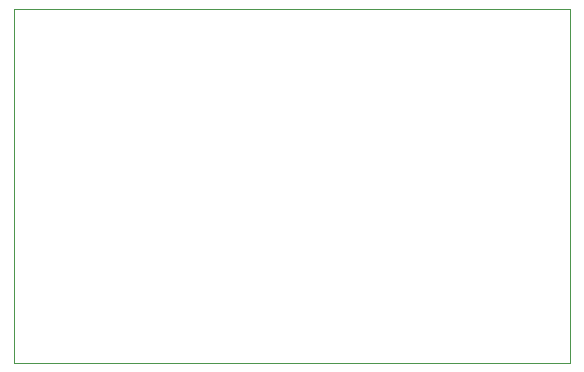
<source format=gbr>
%TF.GenerationSoftware,Altium Limited,Altium Designer,24.0.1 (36)*%
G04 Layer_Color=0*
%FSLAX45Y45*%
%MOMM*%
%TF.SameCoordinates,8AA56912-9505-4270-891B-A046144FA8B4*%
%TF.FilePolarity,Positive*%
%TF.FileFunction,Profile,NP*%
%TF.Part,Single*%
G01*
G75*
%TA.AperFunction,Profile*%
%ADD33C,0.02540*%
D33*
X7890000Y6000000D02*
Y9000000D01*
X12600000D01*
Y6000000D01*
X7890000D01*
%TF.MD5,fa3664d687c9e4770a542a0ef39e7c94*%
M02*

</source>
